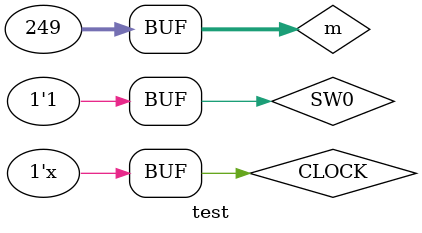
<source format=v>
`timescale 1ns / 1ps


module test();
    reg J_MIC3_Pin3;
    reg CLOCK; 
    reg[31:0]m;
    reg SW0;
    wire CLOCK2k;
    wire J_MIC3_Pin1;
    wire J_MIC3_Pin4;
    wire [11:0] led;
    Top_Student fa0 (J_MIC3_Pin3, J_MIC3_Pin1, J_MIC3_Pin4, CLOCK, led, SW0);
    initial begin
            CLOCK = 0;
            m = 249;
            SW0 = 1;
    end
    always begin
        #5 CLOCK = ~CLOCK;
    end
endmodule

</source>
